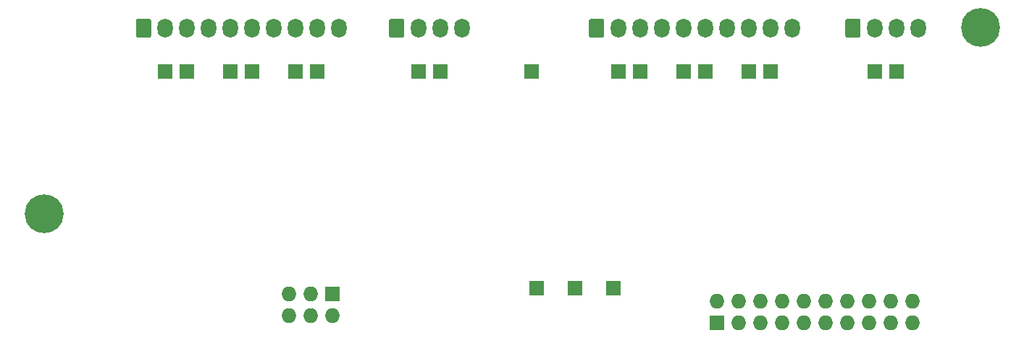
<source format=gbs>
G04 #@! TF.GenerationSoftware,KiCad,Pcbnew,5.1.6-c6e7f7d~86~ubuntu16.04.1*
G04 #@! TF.CreationDate,2020-07-30T20:45:57-03:00*
G04 #@! TF.ProjectId,principal_sm13,7072696e-6369-4706-916c-5f736d31332e,rev?*
G04 #@! TF.SameCoordinates,Original*
G04 #@! TF.FileFunction,Soldermask,Bot*
G04 #@! TF.FilePolarity,Negative*
%FSLAX46Y46*%
G04 Gerber Fmt 4.6, Leading zero omitted, Abs format (unit mm)*
G04 Created by KiCad (PCBNEW 5.1.6-c6e7f7d~86~ubuntu16.04.1) date 2020-07-30 20:45:57*
%MOMM*%
%LPD*%
G01*
G04 APERTURE LIST*
%ADD10R,1.750800X1.750800*%
%ADD11O,1.790800X2.240800*%
%ADD12O,1.750800X1.750800*%
%ADD13C,4.550800*%
G04 APERTURE END LIST*
D10*
X208696000Y-108953000D03*
X206156000Y-108953000D03*
X262036000Y-108953000D03*
X259496000Y-108953000D03*
X219376000Y-108965000D03*
X179116000Y-108953000D03*
X176576000Y-108953000D03*
X184196000Y-108953000D03*
X186736000Y-108953000D03*
X194356000Y-108953000D03*
X191816000Y-108953000D03*
X232056000Y-108953000D03*
X229516000Y-108953000D03*
X237136000Y-108953000D03*
X239676000Y-108953000D03*
X247296000Y-108953000D03*
X244756000Y-108953000D03*
X228940000Y-134295000D03*
X224455000Y-134295000D03*
X219970000Y-134295000D03*
D11*
X211236000Y-103865000D03*
X208696000Y-103865000D03*
X206156000Y-103865000D03*
G36*
G01*
X202720600Y-104728102D02*
X202720600Y-103001898D01*
G75*
G02*
X202977898Y-102744600I257298J0D01*
G01*
X204254102Y-102744600D01*
G75*
G02*
X204511400Y-103001898I0J-257298D01*
G01*
X204511400Y-104728102D01*
G75*
G02*
X204254102Y-104985400I-257298J0D01*
G01*
X202977898Y-104985400D01*
G75*
G02*
X202720600Y-104728102I0J257298D01*
G01*
G37*
X264576000Y-103865000D03*
X262036000Y-103865000D03*
X259496000Y-103865000D03*
G36*
G01*
X256060600Y-104728102D02*
X256060600Y-103001898D01*
G75*
G02*
X256317898Y-102744600I257298J0D01*
G01*
X257594102Y-102744600D01*
G75*
G02*
X257851400Y-103001898I0J-257298D01*
G01*
X257851400Y-104728102D01*
G75*
G02*
X257594102Y-104985400I-257298J0D01*
G01*
X256317898Y-104985400D01*
G75*
G02*
X256060600Y-104728102I0J257298D01*
G01*
G37*
X196896000Y-103865000D03*
X194356000Y-103865000D03*
X191816000Y-103865000D03*
X189276000Y-103865000D03*
X186736000Y-103865000D03*
X184196000Y-103865000D03*
X181656000Y-103865000D03*
X179116000Y-103865000D03*
X176576000Y-103865000D03*
G36*
G01*
X173140600Y-104728102D02*
X173140600Y-103001898D01*
G75*
G02*
X173397898Y-102744600I257298J0D01*
G01*
X174674102Y-102744600D01*
G75*
G02*
X174931400Y-103001898I0J-257298D01*
G01*
X174931400Y-104728102D01*
G75*
G02*
X174674102Y-104985400I-257298J0D01*
G01*
X173397898Y-104985400D01*
G75*
G02*
X173140600Y-104728102I0J257298D01*
G01*
G37*
X249836000Y-103865000D03*
X247296000Y-103865000D03*
X244756000Y-103865000D03*
X242216000Y-103865000D03*
X239676000Y-103865000D03*
X237136000Y-103865000D03*
X234596000Y-103865000D03*
X232056000Y-103865000D03*
X229516000Y-103865000D03*
G36*
G01*
X226080600Y-104728102D02*
X226080600Y-103001898D01*
G75*
G02*
X226337898Y-102744600I257298J0D01*
G01*
X227614102Y-102744600D01*
G75*
G02*
X227871400Y-103001898I0J-257298D01*
G01*
X227871400Y-104728102D01*
G75*
G02*
X227614102Y-104985400I-257298J0D01*
G01*
X226337898Y-104985400D01*
G75*
G02*
X226080600Y-104728102I0J257298D01*
G01*
G37*
D12*
X191052000Y-137558000D03*
X191052000Y-135018000D03*
X193592000Y-137558000D03*
X193592000Y-135018000D03*
X196132000Y-137558000D03*
D10*
X196132000Y-135018000D03*
X241040000Y-138360000D03*
D12*
X241040000Y-135820000D03*
X243580000Y-138360000D03*
X243580000Y-135820000D03*
X246120000Y-138360000D03*
X246120000Y-135820000D03*
X248660000Y-138360000D03*
X248660000Y-135820000D03*
X251200000Y-138360000D03*
X251200000Y-135820000D03*
X253740000Y-138360000D03*
X253740000Y-135820000D03*
X256280000Y-138360000D03*
X256280000Y-135820000D03*
X258820000Y-138360000D03*
X258820000Y-135820000D03*
X261360000Y-138360000D03*
X261360000Y-135820000D03*
X263900000Y-138360000D03*
X263900000Y-135820000D03*
D13*
X162366000Y-125640000D03*
X271840000Y-103796000D03*
M02*

</source>
